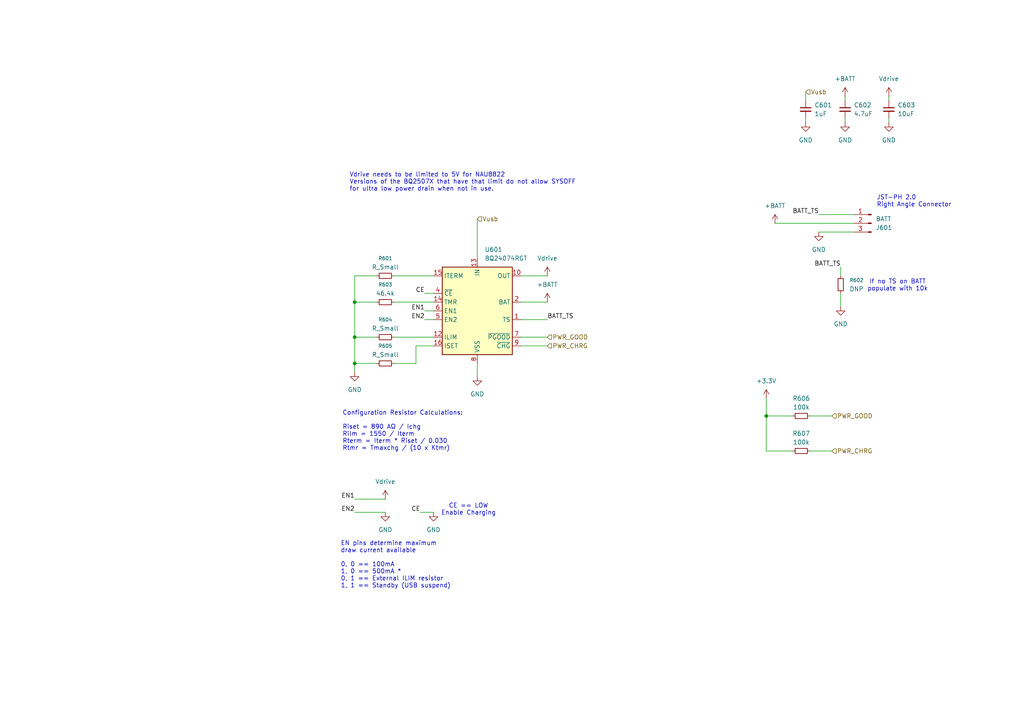
<source format=kicad_sch>
(kicad_sch (version 20250114) (generator "eeschema") (generator_version "9.0")
  (paper "A4")
  (lib_symbols
    (symbol "Battery_Management:BQ24074RGT"
      (property "Reference" "U" (at -8.89 13.97 0))
      (property "Value" "BQ24074RGT" (at 16.51 13.97 0))
      (symbol "BQ24074RGT_0_1"
        (rectangle (start -10.16 12.7) (end 10.16 -12.7) (stroke (width 0.254)) (fill (type background)))
      )
      (symbol "BQ24074RGT_1_1"
        (pin input line (at -12.7 10.16 0) (length 2.54) (name "ITERM") (number "15"))
        (pin input line (at -12.7 5.08 0) (length 2.54) (name "~{CE}") (number "4"))
        (pin input line (at -12.7 2.54 0) (length 2.54) (name "TMR") (number "14"))
        (pin input line (at -12.7 0 0) (length 2.54) (name "EN1") (number "6"))
        (pin input line (at -12.7 -2.54 0) (length 2.54) (name "EN2") (number "5"))
        (pin passive line (at -12.7 -7.62 0) (length 2.54) (name "ILIM") (number "12"))
        (pin passive line (at -12.7 -10.16 0) (length 2.54) (name "ISET") (number "16"))
        (pin power_in line (at 0 15.24 270) (length 2.54) (name "IN") (number "13"))
        (pin passive line (at 0 -15.24 90) (length 2.54) (hide yes) (name "VSS") (number "17"))
        (pin power_in line (at 0 -15.24 90) (length 2.54) (name "VSS") (number "8"))
        (pin power_out line (at 12.7 10.16 180) (length 2.54) (name "OUT") (number "10"))
        (pin passive line (at 12.7 10.16 180) (length 2.54) (hide yes) (name "OUT") (number "11"))
        (pin power_out line (at 12.7 2.54 180) (length 2.54) (name "BAT") (number "2"))
        (pin passive line (at 12.7 2.54 180) (length 2.54) (hide yes) (name "BAT") (number "3"))
        (pin passive line (at 12.7 -2.54 180) (length 2.54) (name "TS") (number "1"))
        (pin open_collector line (at 12.7 -7.62 180) (length 2.54) (name "~{PGOOD}") (number "7"))
        (pin open_collector line (at 12.7 -10.16 180) (length 2.54) (name "~{CHG}") (number "9"))
      )
    )
    (symbol "Connector:Conn_01x03_Pin" (pin_names (offset 1.016) (hide yes))
      (property "Reference" "J" (at 0 5.08 0))
      (property "Value" "Conn_01x03_Pin" (at 0 -5.08 0))
      (symbol "Conn_01x03_Pin_1_1"
        (rectangle (start 0.8636 2.667) (end 0 2.413) (stroke (width 0.1524)) (fill (type outline)))
        (rectangle (start 0.8636 0.127) (end 0 -0.127) (stroke (width 0.1524)) (fill (type outline)))
        (rectangle (start 0.8636 -2.413) (end 0 -2.667) (stroke (width 0.1524)) (fill (type outline)))
        (polyline (pts (xy 1.27 2.54) (xy 0.8636 2.54)) (stroke (width 0.1524)))
        (polyline (pts (xy 1.27 0) (xy 0.8636 0)) (stroke (width 0.1524)))
        (polyline (pts (xy 1.27 -2.54) (xy 0.8636 -2.54)) (stroke (width 0.1524)))
        (pin passive line (at 5.08 2.54 180) (length 3.81) (name "Pin_1") (number "1"))
        (pin passive line (at 5.08 0 180) (length 3.81) (name "Pin_2") (number "2"))
        (pin passive line (at 5.08 -2.54 180) (length 3.81) (name "Pin_3") (number "3"))
      )
    )
    (symbol "Device:C_Small" (pin_numbers (hide yes)) (pin_names (offset 0.254) (hide yes))
      (property "Reference" "C" (at 0.254 1.778 0))
      (property "Value" "C_Small" (at 0.254 -2.032 0))
      (symbol "C_Small_0_1"
        (polyline (pts (xy -1.524 0.508) (xy 1.524 0.508)) (stroke (width 0.3048)))
        (polyline (pts (xy -1.524 -0.508) (xy 1.524 -0.508)) (stroke (width 0.3302)))
      )
      (symbol "C_Small_1_1"
        (pin passive line (at 0 2.54 270) (length 2.032) (name "~") (number "1"))
        (pin passive line (at 0 -2.54 90) (length 2.032) (name "~") (number "2"))
      )
    )
    (symbol "Device:R_Small" (pin_numbers (hide yes)) (pin_names (offset 0.254) (hide yes))
      (property "Reference" "R" (at 0 0 90))
      (property "Value" "R_Small" (at 1.778 0 90))
      (symbol "R_Small_0_1"
        (rectangle (start -0.762 1.778) (end 0.762 -1.778) (stroke (width 0.2032)))
      )
      (symbol "R_Small_1_1"
        (pin passive line (at 0 2.54 270) (length 0.762) (name "~") (number "1"))
        (pin passive line (at 0 -2.54 90) (length 0.762) (name "~") (number "2"))
      )
    )
    (symbol "power:+3.3V" (power) (pin_numbers (hide yes)) (pin_names (offset 0) (hide yes))
      (property "Value" "+3.3V" (at 0 3.556 0))
      (symbol "+3.3V_0_1"
        (polyline (pts (xy -0.762 1.27) (xy 0 2.54)))
        (polyline (pts (xy 0 2.54) (xy 0.762 1.27)))
        (polyline (pts (xy 0 0) (xy 0 2.54)))
      )
      (symbol "+3.3V_1_1"
        (pin power_in line (at 0 0 90) (length 0) (name "~") (number "1"))
      )
    )
    (symbol "power:+BATT" (power) (pin_numbers (hide yes)) (pin_names (offset 0) (hide yes))
      (property "Value" "+BATT" (at 0 3.556 0))
      (symbol "+BATT_0_1"
        (polyline (pts (xy -0.762 1.27) (xy 0 2.54)))
        (polyline (pts (xy 0 2.54) (xy 0.762 1.27)))
        (polyline (pts (xy 0 0) (xy 0 2.54)))
      )
      (symbol "+BATT_1_1"
        (pin power_in line (at 0 0 90) (length 0) (name "~") (number "1"))
      )
    )
    (symbol "power:GND" (power) (pin_numbers (hide yes)) (pin_names (offset 0) (hide yes))
      (property "Value" "GND" (at 0 -3.81 0))
      (symbol "GND_0_1"
        (polyline (pts (xy 0 0) (xy 0 -1.27) (xy 1.27 -1.27) (xy 0 -2.54) (xy -1.27 -1.27) (xy 0 -1.27)))
      )
      (symbol "GND_1_1"
        (pin power_in line (at 0 0 270) (length 0) (name "~") (number "1"))
      )
    )
    (symbol "power:Vdrive" (power) (pin_numbers (hide yes)) (pin_names (offset 0) (hide yes))
      (property "Value" "Vdrive" (at 0 3.556 0))
      (symbol "Vdrive_0_1"
        (polyline (pts (xy -0.762 1.27) (xy 0 2.54)))
        (polyline (pts (xy 0 2.54) (xy 0.762 1.27)))
        (polyline (pts (xy 0 0) (xy 0 2.54)))
      )
      (symbol "Vdrive_1_1"
        (pin power_in line (at 0 0 90) (length 0) (name "~") (number "1"))
      )
    )
  )
  (text "JST-PH 2.0\nRight Angle Connector" (at 254.254 58.42 0) (effects (font (size 1.27 1.27)) (justify left)))
  (text "EN pins determine maximum\ndraw current available\n\n0, 0 == 100mA\n1, 0 == 500mA *\n0, 1 == External ILIM resistor\n1, 1 == Standby (USB suspend)" (at 98.806 163.83 0) (effects (font (size 1.27 1.27)) (justify left)))
  (text "Vdrive needs to be limited to 5V for NAU8822\nVersions of the BQ2507X that have that limit do not allow SYSOFF\nfor ultra low power drain when not in use." (at 101.346 52.832 0) (effects (font (size 1.27 1.27)) (justify left)))
  (text "If no TS on BATT\npopulate with 10k" (at 260.35 82.804 0) (effects (font (size 1.27 1.27))))
  (text "Configuration Resistor Calculations:\n\nRiset = 890 AΩ / Ichg\nRilm = 1550 / Iterm\nRterm = Iterm * Riset / 0.030\nRtmr = Tmaxchg / (10 x Ktmr)" (at 99.314 124.968 0) (effects (font (size 1.27 1.27)) (justify left)))
  (text "CE == LOW\nEnable Charging" (at 135.89 147.828 0) (effects (font (size 1.27 1.27))))
  (junction (at 102.87 87.63))
  (junction (at 102.87 105.41))
  (junction (at 222.25 120.65))
  (junction (at 102.87 97.79))
  (wire (pts (xy 245.11 34.29) (xy 245.11 35.56)))
  (wire (pts (xy 222.25 120.65) (xy 229.87 120.65)))
  (wire (pts (xy 102.87 87.63) (xy 102.87 97.79)))
  (wire (pts (xy 123.19 85.09) (xy 125.73 85.09)))
  (wire (pts (xy 222.25 115.57) (xy 222.25 120.65)))
  (wire (pts (xy 102.87 148.59) (xy 111.76 148.59)))
  (wire (pts (xy 102.87 80.01) (xy 102.87 87.63)))
  (wire (pts (xy 125.73 100.33) (xy 120.65 100.33)))
  (wire (pts (xy 102.87 107.95) (xy 102.87 105.41)))
  (wire (pts (xy 102.87 87.63) (xy 109.22 87.63)))
  (wire (pts (xy 245.11 27.94) (xy 245.11 29.21)))
  (wire (pts (xy 102.87 144.78) (xy 111.76 144.78)))
  (wire (pts (xy 151.13 97.79) (xy 158.75 97.79)))
  (wire (pts (xy 151.13 80.01) (xy 158.75 80.01)))
  (wire (pts (xy 243.84 77.47) (xy 243.84 80.01)))
  (wire (pts (xy 151.13 87.63) (xy 158.75 87.63)))
  (wire (pts (xy 120.65 105.41) (xy 114.3 105.41)))
  (wire (pts (xy 138.43 63.5) (xy 138.43 74.93)))
  (wire (pts (xy 151.13 92.71) (xy 158.75 92.71)))
  (wire (pts (xy 234.95 120.65) (xy 241.3 120.65)))
  (wire (pts (xy 138.43 105.41) (xy 138.43 109.22)))
  (wire (pts (xy 229.87 130.81) (xy 222.25 130.81)))
  (wire (pts (xy 102.87 97.79) (xy 109.22 97.79)))
  (wire (pts (xy 233.68 34.29) (xy 233.68 35.56)))
  (wire (pts (xy 114.3 80.01) (xy 125.73 80.01)))
  (wire (pts (xy 123.19 92.71) (xy 125.73 92.71)))
  (wire (pts (xy 233.68 26.67) (xy 233.68 29.21)))
  (wire (pts (xy 224.79 64.77) (xy 247.65 64.77)))
  (wire (pts (xy 222.25 130.81) (xy 222.25 120.65)))
  (wire (pts (xy 237.49 67.31) (xy 247.65 67.31)))
  (wire (pts (xy 114.3 87.63) (xy 125.73 87.63)))
  (wire (pts (xy 237.49 62.23) (xy 247.65 62.23)))
  (wire (pts (xy 234.95 130.81) (xy 241.3 130.81)))
  (wire (pts (xy 120.65 100.33) (xy 120.65 105.41)))
  (wire (pts (xy 257.81 34.29) (xy 257.81 35.56)))
  (wire (pts (xy 243.84 85.09) (xy 243.84 88.9)))
  (wire (pts (xy 114.3 97.79) (xy 125.73 97.79)))
  (wire (pts (xy 102.87 105.41) (xy 109.22 105.41)))
  (wire (pts (xy 102.87 105.41) (xy 102.87 97.79)))
  (wire (pts (xy 123.19 90.17) (xy 125.73 90.17)))
  (wire (pts (xy 121.92 148.59) (xy 125.73 148.59)))
  (wire (pts (xy 109.22 80.01) (xy 102.87 80.01)))
  (wire (pts (xy 151.13 100.33) (xy 158.75 100.33)))
  (wire (pts (xy 257.81 27.94) (xy 257.81 29.21)))
  (label "EN2" (at 102.87 148.59 180))
  (label "CE" (at 123.19 85.09 180))
  (label "EN2" (at 123.19 92.71 180))
  (label "CE" (at 121.92 148.59 180))
  (label "BATT_TS" (at 237.49 62.23 180))
  (label "EN1" (at 123.19 90.17 180))
  (label "EN1" (at 102.87 144.78 180))
  (label "BATT_TS" (at 158.75 92.71 0))
  (label "BATT_TS" (at 243.84 77.47 180))
  (hierarchical_label "PWR_GOOD" (shape input) (at 158.75 97.79 0))
  (hierarchical_label "Vusb" (shape input) (at 233.68 26.67 0))
  (hierarchical_label "PWR_CHRG" (shape input) (at 158.75 100.33 0))
  (hierarchical_label "PWR_GOOD" (shape input) (at 241.3 120.65 0))
  (hierarchical_label "Vusb" (shape input) (at 138.43 63.5 0))
  (hierarchical_label "PWR_CHRG" (shape input) (at 241.3 130.81 0))
  (symbol (lib_id "Device:R_Small") (at 232.41 130.81 90) (unit 1)
    (property "Reference" "R307" (at 232.41 125.73 90))
    (property "Value" "100k" (at 232.41 128.27 90))
    (property "Footprint" "Resistor_SMD:R_0603_1608Metric" (effects (hide yes)))
    (property "Description" "Resistor, small symbol" (effects (hide yes)))
    (instances (project "display_board" (path "" (reference "R607") (unit 1))) (project "display_board" (path "" (reference "R307") (unit 1))))
  )
  (symbol (lib_id "Device:R_Small") (at 111.76 97.79 90) (unit 1)
    (property "Reference" "R304" (at 111.76 92.71 90) (effects (font (size 1.016 1.016))))
    (property "Value" "R_Small" (at 111.76 95.25 90))
    (property "Footprint" "Resistor_SMD:R_0603_1608Metric" (effects (hide yes)))
    (property "Description" "Resistor, small symbol" (effects (hide yes)))
    (instances (project "display_board" (path "" (reference "R604") (unit 1))) (project "display_board" (path "" (reference "R304") (unit 1))))
  )
  (symbol (lib_id "Device:C_Small") (at 233.68 31.75 0) (unit 1)
    (property "Reference" "C301" (at 236.22 30.4863 0) (effects (justify left)))
    (property "Value" "1uF" (at 236.22 33.0263 0) (effects (justify left)))
    (property "Footprint" "Capacitor_SMD:C_1206_3216Metric" (effects (hide yes)))
    (instances (project "display_board" (path "" (reference "C601") (unit 1))) (project "display_board" (path "" (reference "C301") (unit 1))))
  )
  (symbol (lib_id "power:+BATT") (at 158.75 87.63 0) (unit 1)
    (property "Reference" "#PWR0309" (effects (hide yes)))
    (property "Value" "+BATT" (at 158.75 82.55 0))
    (property "Description" "Power symbol creates a global label with name \"+BATT\"" (effects (hide yes)))
    (instances (project "display_board" (path "" (reference "#PWR0609") (unit 1))) (project "display_board" (path "" (reference "#PWR0309") (unit 1))))
  )
  (symbol (lib_id "power:Vdrive") (at 111.76 144.78 0) (unit 1)
    (property "Reference" "#PWR0314" (effects (hide yes)))
    (property "Value" "Vdrive" (at 111.76 139.7 0))
    (property "Description" "Power symbol creates a global label with name \"Vdrive\"" (effects (hide yes)))
    (instances (project "display_board" (path "" (reference "#PWR0614") (unit 1))) (project "display_board" (path "" (reference "#PWR0314") (unit 1))))
  )
  (symbol (lib_id "Device:R_Small") (at 111.76 105.41 90) (unit 1)
    (property "Reference" "R305" (at 111.76 100.33 90) (effects (font (size 1.016 1.016))))
    (property "Value" "R_Small" (at 111.76 102.87 90))
    (property "Footprint" "Resistor_SMD:R_0603_1608Metric" (effects (hide yes)))
    (property "Description" "Resistor, small symbol" (effects (hide yes)))
    (instances (project "display_board" (path "" (reference "R605") (unit 1))) (project "display_board" (path "" (reference "R305") (unit 1))))
  )
  (symbol (lib_id "power:GND") (at 111.76 148.59 0) (unit 1)
    (property "Reference" "#PWR0315" (effects (hide yes)))
    (property "Value" "GND" (at 111.76 153.67 0))
    (property "Description" "Power symbol creates a global label with name \"GND\" , ground" (effects (hide yes)))
    (instances (project "display_board" (path "" (reference "#PWR0615") (unit 1))) (project "display_board" (path "" (reference "#PWR0315") (unit 1))))
  )
  (symbol (lib_id "Device:R_Small") (at 111.76 80.01 90) (unit 1)
    (property "Reference" "R301" (at 111.76 74.93 90) (effects (font (size 1.016 1.016))))
    (property "Value" "R_Small" (at 111.76 77.47 90))
    (property "Footprint" "Resistor_SMD:R_0603_1608Metric" (effects (hide yes)))
    (property "Description" "Resistor, small symbol" (effects (hide yes)))
    (instances (project "display_board" (path "" (reference "R601") (unit 1))) (project "display_board" (path "" (reference "R301") (unit 1))))
  )
  (symbol (lib_id "power:GND") (at 257.81 35.56 0) (unit 1)
    (property "Reference" "#PWR0305" (effects (hide yes)))
    (property "Value" "GND" (at 257.81 40.64 0))
    (property "Description" "Power symbol creates a global label with name \"GND\" , ground" (effects (hide yes)))
    (instances (project "display_board" (path "" (reference "#PWR0605") (unit 1))) (project "display_board" (path "" (reference "#PWR0305") (unit 1))))
  )
  (symbol (lib_id "power:GND") (at 243.84 88.9 0) (unit 1)
    (property "Reference" "#PWR0310" (effects (hide yes)))
    (property "Value" "GND" (at 243.84 93.98 0))
    (property "Description" "Power symbol creates a global label with name \"GND\" , ground" (effects (hide yes)))
    (instances (project "display_board" (path "" (reference "#PWR0610") (unit 1))) (project "display_board" (path "" (reference "#PWR0310") (unit 1))))
  )
  (symbol (lib_id "power:Vdrive") (at 158.75 80.01 0) (unit 1)
    (property "Reference" "#PWR0308" (effects (hide yes)))
    (property "Value" "Vdrive" (at 158.75 74.93 0))
    (property "Description" "Power symbol creates a global label with name \"Vdrive\"" (effects (hide yes)))
    (instances (project "display_board" (path "" (reference "#PWR0608") (unit 1))) (project "display_board" (path "" (reference "#PWR0308") (unit 1))))
  )
  (symbol (lib_id "power:GND") (at 233.68 35.56 0) (unit 1)
    (property "Reference" "#PWR0303" (effects (hide yes)))
    (property "Value" "GND" (at 233.68 40.64 0))
    (property "Description" "Power symbol creates a global label with name \"GND\" , ground" (effects (hide yes)))
    (instances (project "display_board" (path "" (reference "#PWR0603") (unit 1))) (project "display_board" (path "" (reference "#PWR0303") (unit 1))))
  )
  (symbol (lib_id "Connector:Conn_01x03_Pin") (at 252.73 64.77 0) (mirror y) (unit 1)
    (property "Reference" "J301" (at 254 66.0401 0) (effects (justify right)))
    (property "Value" "BATT" (at 254 63.5001 0) (effects (justify right)))
    (property "Footprint" "Connector_JST:JST_PH_S3B-PH-K_1x03_P2.00mm_Horizontal" (effects (hide yes)))
    (property "Description" "Generic connector, single row, 01x03, script generated" (effects (hide yes)))
    (instances (project "display_board" (path "" (reference "J601") (unit 1))) (project "display_board" (path "" (reference "J301") (unit 1))))
  )
  (symbol (lib_id "Battery_Management:BQ24074RGT") (at 138.43 90.17 0) (unit 1)
    (property "Reference" "U301" (at 140.5733 72.39 0) (effects (justify left)))
    (property "Value" "BQ24074RGT" (at 140.5733 74.93 0) (effects (justify left)))
    (property "Footprint" "Package_DFN_QFN:VQFN-16-1EP_3x3mm_P0.5mm_EP1.6x1.6mm_ThermalVias" (effects (hide yes)))
    (property "Datasheet" "http://www.ti.com/lit/ds/symlink/bq24074.pdf" (effects (hide yes)))
    (property "Description" "USB-Friendly Li-Ion Battery Charger and Power-Path Management, VQFN-16" (effects (hide yes)))
    (instances (project "display_board" (path "" (reference "U601") (unit 1))) (project "display_board" (path "" (reference "U301") (unit 1))))
  )
  (symbol (lib_id "power:Vdrive") (at 257.81 27.94 0) (unit 1)
    (property "Reference" "#PWR0302" (effects (hide yes)))
    (property "Value" "Vdrive" (at 257.81 22.86 0))
    (property "Description" "Power symbol creates a global label with name \"Vdrive\"" (effects (hide yes)))
    (instances (project "display_board" (path "" (reference "#PWR0602") (unit 1))) (project "display_board" (path "" (reference "#PWR0302") (unit 1))))
  )
  (symbol (lib_id "power:+BATT") (at 245.11 27.94 0) (unit 1)
    (property "Reference" "#PWR0301" (effects (hide yes)))
    (property "Value" "+BATT" (at 245.11 22.86 0))
    (property "Description" "Power symbol creates a global label with name \"+BATT\"" (effects (hide yes)))
    (instances (project "display_board" (path "" (reference "#PWR0601") (unit 1))) (project "display_board" (path "" (reference "#PWR0301") (unit 1))))
  )
  (symbol (lib_id "power:GND") (at 102.87 107.95 0) (unit 1)
    (property "Reference" "#PWR0311" (effects (hide yes)))
    (property "Value" "GND" (at 102.87 113.03 0))
    (property "Description" "Power symbol creates a global label with name \"GND\" , ground" (effects (hide yes)))
    (instances (project "display_board" (path "" (reference "#PWR0611") (unit 1))) (project "display_board" (path "" (reference "#PWR0311") (unit 1))))
  )
  (symbol (lib_id "Device:R_Small") (at 232.41 120.65 90) (unit 1)
    (property "Reference" "R306" (at 232.41 115.57 90))
    (property "Value" "100k" (at 232.41 118.11 90))
    (property "Footprint" "Resistor_SMD:R_0603_1608Metric" (effects (hide yes)))
    (property "Description" "Resistor, small symbol" (effects (hide yes)))
    (instances (project "display_board" (path "" (reference "R606") (unit 1))) (project "display_board" (path "" (reference "R306") (unit 1))))
  )
  (symbol (lib_id "power:GND") (at 245.11 35.56 0) (unit 1)
    (property "Reference" "#PWR0304" (effects (hide yes)))
    (property "Value" "GND" (at 245.11 40.64 0))
    (property "Description" "Power symbol creates a global label with name \"GND\" , ground" (effects (hide yes)))
    (instances (project "display_board" (path "" (reference "#PWR0604") (unit 1))) (project "display_board" (path "" (reference "#PWR0304") (unit 1))))
  )
  (symbol (lib_id "Device:C_Small") (at 257.81 31.75 0) (unit 1)
    (property "Reference" "C303" (at 260.35 30.4863 0) (effects (justify left)))
    (property "Value" "10uF" (at 260.35 33.0263 0) (effects (justify left)))
    (property "Footprint" "Capacitor_SMD:C_1206_3216Metric" (effects (hide yes)))
    (instances (project "display_board" (path "" (reference "C603") (unit 1))) (project "display_board" (path "" (reference "C303") (unit 1))))
  )
  (symbol (lib_id "power:GND") (at 237.49 67.31 0) (unit 1)
    (property "Reference" "#PWR0307" (effects (hide yes)))
    (property "Value" "GND" (at 237.49 72.39 0))
    (property "Description" "Power symbol creates a global label with name \"GND\" , ground" (effects (hide yes)))
    (instances (project "display_board" (path "" (reference "#PWR0607") (unit 1))) (project "display_board" (path "" (reference "#PWR0307") (unit 1))))
  )
  (symbol (lib_id "power:+BATT") (at 224.79 64.77 0) (unit 1)
    (property "Reference" "#PWR0306" (effects (hide yes)))
    (property "Value" "+BATT" (at 224.79 59.69 0))
    (property "Description" "Power symbol creates a global label with name \"+BATT\"" (effects (hide yes)))
    (instances (project "display_board" (path "" (reference "#PWR0606") (unit 1))) (project "display_board" (path "" (reference "#PWR0306") (unit 1))))
  )
  (symbol (lib_id "power:GND") (at 125.73 148.59 0) (unit 1)
    (property "Reference" "#PWR0316" (effects (hide yes)))
    (property "Value" "GND" (at 125.73 153.67 0))
    (property "Description" "Power symbol creates a global label with name \"GND\" , ground" (effects (hide yes)))
    (instances (project "display_board" (path "" (reference "#PWR0616") (unit 1))) (project "display_board" (path "" (reference "#PWR0316") (unit 1))))
  )
  (symbol (lib_id "Device:C_Small") (at 245.11 31.75 0) (unit 1)
    (property "Reference" "C302" (at 247.65 30.4863 0) (effects (justify left)))
    (property "Value" "4.7uF" (at 247.65 33.0263 0) (effects (justify left)))
    (property "Footprint" "Capacitor_SMD:C_1206_3216Metric" (effects (hide yes)))
    (instances (project "display_board" (path "" (reference "C602") (unit 1))) (project "display_board" (path "" (reference "C302") (unit 1))))
  )
  (symbol (lib_id "Device:R_Small") (at 111.76 87.63 90) (unit 1)
    (property "Reference" "R303" (at 111.76 82.55 90) (effects (font (size 1.016 1.016))))
    (property "Value" "46.4k" (at 111.76 85.09 90))
    (property "Footprint" "Resistor_SMD:R_0603_1608Metric" (effects (hide yes)))
    (property "Description" "Resistor, small symbol" (effects (hide yes)))
    (instances (project "display_board" (path "" (reference "R603") (unit 1))) (project "display_board" (path "" (reference "R303") (unit 1))))
  )
  (symbol (lib_id "power:+3.3V") (at 222.25 115.57 0) (unit 1)
    (property "Reference" "#PWR0313" (effects (hide yes)))
    (property "Value" "+3.3V" (at 222.25 110.49 0))
    (property "Description" "Power symbol creates a global label with name \"+3.3V\"" (effects (hide yes)))
    (instances (project "display_board" (path "" (reference "#PWR0613") (unit 1))) (project "display_board" (path "" (reference "#PWR0313") (unit 1))))
  )
  (symbol (lib_id "power:GND") (at 138.43 109.22 0) (unit 1)
    (property "Reference" "#PWR0312" (effects (hide yes)))
    (property "Value" "GND" (at 138.43 114.3 0))
    (property "Description" "Power symbol creates a global label with name \"GND\" , ground" (effects (hide yes)))
    (instances (project "display_board" (path "" (reference "#PWR0612") (unit 1))) (project "display_board" (path "" (reference "#PWR0312") (unit 1))))
  )
  (symbol (lib_id "Device:R_Small") (at 243.84 82.55 180) (unit 1)
    (property "Reference" "R302" (at 246.38 81.2799 0) (effects (font (size 1.016 1.016)) (justify right)))
    (property "Value" "DNP" (at 246.38 83.8199 0) (effects (justify right)))
    (property "Footprint" "Resistor_SMD:R_0603_1608Metric" (effects (hide yes)))
    (property "Description" "Resistor, small symbol" (effects (hide yes)))
    (instances (project "display_board" (path "" (reference "R602") (unit 1))) (project "display_board" (path "" (reference "R302") (unit 1))))
  )
)
</source>
